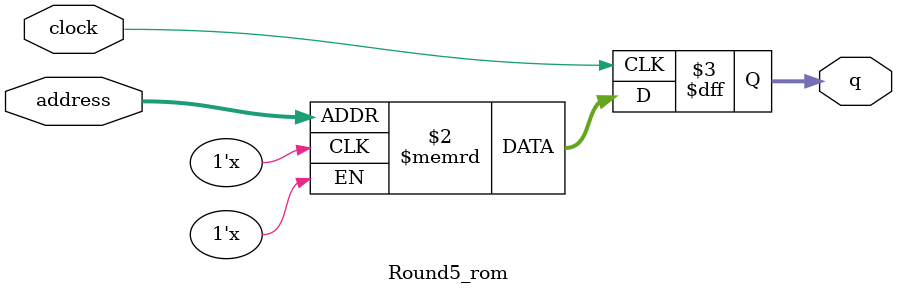
<source format=sv>
module Round5_rom (
	input logic clock,
	input logic [7:0] address,
	output logic [3:0] q
);

logic [3:0] memory [0:255] /* synthesis ram_init_file = "./Round5/Round5.mif" */;

always_ff @ (posedge clock) begin
	q <= memory[address];
end

endmodule

</source>
